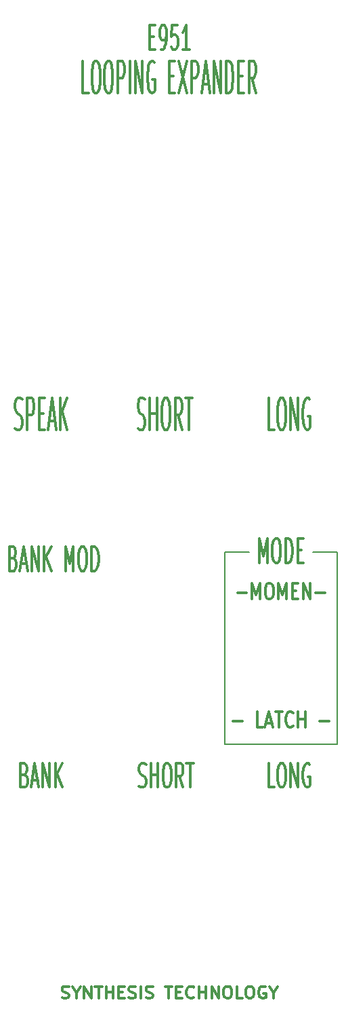
<source format=gto>
%TF.GenerationSoftware,KiCad,Pcbnew,(5.0.0)*%
%TF.CreationDate,2024-09-19T00:44:32-05:00*%
%TF.ProjectId,Front Panel,46726F6E742050616E656C2E6B696361,rev?*%
%TF.SameCoordinates,Original*%
%TF.FileFunction,Legend,Top*%
%TF.FilePolarity,Positive*%
%FSLAX46Y46*%
G04 Gerber Fmt 4.6, Leading zero omitted, Abs format (unit mm)*
G04 Created by KiCad (PCBNEW (5.0.0)) date 09/19/24 00:44:32*
%MOMM*%
%LPD*%
G01*
G04 APERTURE LIST*
%ADD10C,0.300000*%
%ADD11C,0.200000*%
G04 APERTURE END LIST*
D10*
X60607142Y-150607142D02*
X60821428Y-150678571D01*
X61178571Y-150678571D01*
X61321428Y-150607142D01*
X61392857Y-150535714D01*
X61464285Y-150392857D01*
X61464285Y-150250000D01*
X61392857Y-150107142D01*
X61321428Y-150035714D01*
X61178571Y-149964285D01*
X60892857Y-149892857D01*
X60749999Y-149821428D01*
X60678571Y-149750000D01*
X60607142Y-149607142D01*
X60607142Y-149464285D01*
X60678571Y-149321428D01*
X60749999Y-149250000D01*
X60892857Y-149178571D01*
X61249999Y-149178571D01*
X61464285Y-149250000D01*
X62392857Y-149964285D02*
X62392857Y-150678571D01*
X61892857Y-149178571D02*
X62392857Y-149964285D01*
X62892857Y-149178571D01*
X63392857Y-150678571D02*
X63392857Y-149178571D01*
X64249999Y-150678571D01*
X64249999Y-149178571D01*
X64749999Y-149178571D02*
X65607142Y-149178571D01*
X65178571Y-150678571D02*
X65178571Y-149178571D01*
X66107142Y-150678571D02*
X66107142Y-149178571D01*
X66107142Y-149892857D02*
X66964285Y-149892857D01*
X66964285Y-150678571D02*
X66964285Y-149178571D01*
X67678571Y-149892857D02*
X68178571Y-149892857D01*
X68392857Y-150678571D02*
X67678571Y-150678571D01*
X67678571Y-149178571D01*
X68392857Y-149178571D01*
X68964285Y-150607142D02*
X69178571Y-150678571D01*
X69535714Y-150678571D01*
X69678571Y-150607142D01*
X69750000Y-150535714D01*
X69821428Y-150392857D01*
X69821428Y-150250000D01*
X69750000Y-150107142D01*
X69678571Y-150035714D01*
X69535714Y-149964285D01*
X69250000Y-149892857D01*
X69107142Y-149821428D01*
X69035714Y-149750000D01*
X68964285Y-149607142D01*
X68964285Y-149464285D01*
X69035714Y-149321428D01*
X69107142Y-149250000D01*
X69250000Y-149178571D01*
X69607142Y-149178571D01*
X69821428Y-149250000D01*
X70464285Y-150678571D02*
X70464285Y-149178571D01*
X71107142Y-150607142D02*
X71321428Y-150678571D01*
X71678571Y-150678571D01*
X71821428Y-150607142D01*
X71892857Y-150535714D01*
X71964285Y-150392857D01*
X71964285Y-150250000D01*
X71892857Y-150107142D01*
X71821428Y-150035714D01*
X71678571Y-149964285D01*
X71392857Y-149892857D01*
X71250000Y-149821428D01*
X71178571Y-149750000D01*
X71107142Y-149607142D01*
X71107142Y-149464285D01*
X71178571Y-149321428D01*
X71250000Y-149250000D01*
X71392857Y-149178571D01*
X71750000Y-149178571D01*
X71964285Y-149250000D01*
X73535714Y-149178571D02*
X74392857Y-149178571D01*
X73964285Y-150678571D02*
X73964285Y-149178571D01*
X74892857Y-149892857D02*
X75392857Y-149892857D01*
X75607142Y-150678571D02*
X74892857Y-150678571D01*
X74892857Y-149178571D01*
X75607142Y-149178571D01*
X77107142Y-150535714D02*
X77035714Y-150607142D01*
X76821428Y-150678571D01*
X76678571Y-150678571D01*
X76464285Y-150607142D01*
X76321428Y-150464285D01*
X76250000Y-150321428D01*
X76178571Y-150035714D01*
X76178571Y-149821428D01*
X76250000Y-149535714D01*
X76321428Y-149392857D01*
X76464285Y-149250000D01*
X76678571Y-149178571D01*
X76821428Y-149178571D01*
X77035714Y-149250000D01*
X77107142Y-149321428D01*
X77750000Y-150678571D02*
X77750000Y-149178571D01*
X77750000Y-149892857D02*
X78607142Y-149892857D01*
X78607142Y-150678571D02*
X78607142Y-149178571D01*
X79321428Y-150678571D02*
X79321428Y-149178571D01*
X80178571Y-150678571D01*
X80178571Y-149178571D01*
X81178571Y-149178571D02*
X81464285Y-149178571D01*
X81607142Y-149250000D01*
X81749999Y-149392857D01*
X81821428Y-149678571D01*
X81821428Y-150178571D01*
X81749999Y-150464285D01*
X81607142Y-150607142D01*
X81464285Y-150678571D01*
X81178571Y-150678571D01*
X81035714Y-150607142D01*
X80892857Y-150464285D01*
X80821428Y-150178571D01*
X80821428Y-149678571D01*
X80892857Y-149392857D01*
X81035714Y-149250000D01*
X81178571Y-149178571D01*
X83178571Y-150678571D02*
X82464285Y-150678571D01*
X82464285Y-149178571D01*
X83964285Y-149178571D02*
X84249999Y-149178571D01*
X84392857Y-149250000D01*
X84535714Y-149392857D01*
X84607142Y-149678571D01*
X84607142Y-150178571D01*
X84535714Y-150464285D01*
X84392857Y-150607142D01*
X84249999Y-150678571D01*
X83964285Y-150678571D01*
X83821428Y-150607142D01*
X83678571Y-150464285D01*
X83607142Y-150178571D01*
X83607142Y-149678571D01*
X83678571Y-149392857D01*
X83821428Y-149250000D01*
X83964285Y-149178571D01*
X86035714Y-149250000D02*
X85892857Y-149178571D01*
X85678571Y-149178571D01*
X85464285Y-149250000D01*
X85321428Y-149392857D01*
X85249999Y-149535714D01*
X85178571Y-149821428D01*
X85178571Y-150035714D01*
X85249999Y-150321428D01*
X85321428Y-150464285D01*
X85464285Y-150607142D01*
X85678571Y-150678571D01*
X85821428Y-150678571D01*
X86035714Y-150607142D01*
X86107142Y-150535714D01*
X86107142Y-150035714D01*
X85821428Y-150035714D01*
X87035714Y-149964285D02*
X87035714Y-150678571D01*
X86535714Y-149178571D02*
X87035714Y-149964285D01*
X87535714Y-149178571D01*
X87142857Y-124357142D02*
X86428571Y-124357142D01*
X86428571Y-121357142D01*
X87928571Y-121357142D02*
X88214285Y-121357142D01*
X88357142Y-121500000D01*
X88500000Y-121785714D01*
X88571428Y-122357142D01*
X88571428Y-123357142D01*
X88500000Y-123928571D01*
X88357142Y-124214285D01*
X88214285Y-124357142D01*
X87928571Y-124357142D01*
X87785714Y-124214285D01*
X87642857Y-123928571D01*
X87571428Y-123357142D01*
X87571428Y-122357142D01*
X87642857Y-121785714D01*
X87785714Y-121500000D01*
X87928571Y-121357142D01*
X89214285Y-124357142D02*
X89214285Y-121357142D01*
X90071428Y-124357142D01*
X90071428Y-121357142D01*
X91571428Y-121500000D02*
X91428571Y-121357142D01*
X91214285Y-121357142D01*
X91000000Y-121500000D01*
X90857142Y-121785714D01*
X90785714Y-122071428D01*
X90714285Y-122642857D01*
X90714285Y-123071428D01*
X90785714Y-123642857D01*
X90857142Y-123928571D01*
X91000000Y-124214285D01*
X91214285Y-124357142D01*
X91357142Y-124357142D01*
X91571428Y-124214285D01*
X91642857Y-124071428D01*
X91642857Y-123071428D01*
X91357142Y-123071428D01*
X70250000Y-124214285D02*
X70464285Y-124357142D01*
X70821428Y-124357142D01*
X70964285Y-124214285D01*
X71035714Y-124071428D01*
X71107142Y-123785714D01*
X71107142Y-123500000D01*
X71035714Y-123214285D01*
X70964285Y-123071428D01*
X70821428Y-122928571D01*
X70535714Y-122785714D01*
X70392857Y-122642857D01*
X70321428Y-122500000D01*
X70250000Y-122214285D01*
X70250000Y-121928571D01*
X70321428Y-121642857D01*
X70392857Y-121500000D01*
X70535714Y-121357142D01*
X70892857Y-121357142D01*
X71107142Y-121500000D01*
X71750000Y-124357142D02*
X71750000Y-121357142D01*
X71750000Y-122785714D02*
X72607142Y-122785714D01*
X72607142Y-124357142D02*
X72607142Y-121357142D01*
X73607142Y-121357142D02*
X73892857Y-121357142D01*
X74035714Y-121500000D01*
X74178571Y-121785714D01*
X74250000Y-122357142D01*
X74250000Y-123357142D01*
X74178571Y-123928571D01*
X74035714Y-124214285D01*
X73892857Y-124357142D01*
X73607142Y-124357142D01*
X73464285Y-124214285D01*
X73321428Y-123928571D01*
X73250000Y-123357142D01*
X73250000Y-122357142D01*
X73321428Y-121785714D01*
X73464285Y-121500000D01*
X73607142Y-121357142D01*
X75750000Y-124357142D02*
X75250000Y-122928571D01*
X74892857Y-124357142D02*
X74892857Y-121357142D01*
X75464285Y-121357142D01*
X75607142Y-121500000D01*
X75678571Y-121642857D01*
X75750000Y-121928571D01*
X75750000Y-122357142D01*
X75678571Y-122642857D01*
X75607142Y-122785714D01*
X75464285Y-122928571D01*
X74892857Y-122928571D01*
X76178571Y-121357142D02*
X77035714Y-121357142D01*
X76607142Y-124357142D02*
X76607142Y-121357142D01*
X55928571Y-122785714D02*
X56142857Y-122928571D01*
X56214285Y-123071428D01*
X56285714Y-123357142D01*
X56285714Y-123785714D01*
X56214285Y-124071428D01*
X56142857Y-124214285D01*
X56000000Y-124357142D01*
X55428571Y-124357142D01*
X55428571Y-121357142D01*
X55928571Y-121357142D01*
X56071428Y-121500000D01*
X56142857Y-121642857D01*
X56214285Y-121928571D01*
X56214285Y-122214285D01*
X56142857Y-122500000D01*
X56071428Y-122642857D01*
X55928571Y-122785714D01*
X55428571Y-122785714D01*
X56857142Y-123500000D02*
X57571428Y-123500000D01*
X56714285Y-124357142D02*
X57214285Y-121357142D01*
X57714285Y-124357142D01*
X58214285Y-124357142D02*
X58214285Y-121357142D01*
X59071428Y-124357142D01*
X59071428Y-121357142D01*
X59785714Y-124357142D02*
X59785714Y-121357142D01*
X60642857Y-124357142D02*
X60000000Y-122642857D01*
X60642857Y-121357142D02*
X59785714Y-123071428D01*
X54535714Y-95785714D02*
X54750000Y-95928571D01*
X54821428Y-96071428D01*
X54892857Y-96357142D01*
X54892857Y-96785714D01*
X54821428Y-97071428D01*
X54750000Y-97214285D01*
X54607142Y-97357142D01*
X54035714Y-97357142D01*
X54035714Y-94357142D01*
X54535714Y-94357142D01*
X54678571Y-94500000D01*
X54750000Y-94642857D01*
X54821428Y-94928571D01*
X54821428Y-95214285D01*
X54750000Y-95500000D01*
X54678571Y-95642857D01*
X54535714Y-95785714D01*
X54035714Y-95785714D01*
X55464285Y-96500000D02*
X56178571Y-96500000D01*
X55321428Y-97357142D02*
X55821428Y-94357142D01*
X56321428Y-97357142D01*
X56821428Y-97357142D02*
X56821428Y-94357142D01*
X57678571Y-97357142D01*
X57678571Y-94357142D01*
X58392857Y-97357142D02*
X58392857Y-94357142D01*
X59250000Y-97357142D02*
X58607142Y-95642857D01*
X59250000Y-94357142D02*
X58392857Y-96071428D01*
X61035714Y-97357142D02*
X61035714Y-94357142D01*
X61535714Y-96500000D01*
X62035714Y-94357142D01*
X62035714Y-97357142D01*
X63035714Y-94357142D02*
X63321428Y-94357142D01*
X63464285Y-94500000D01*
X63607142Y-94785714D01*
X63678571Y-95357142D01*
X63678571Y-96357142D01*
X63607142Y-96928571D01*
X63464285Y-97214285D01*
X63321428Y-97357142D01*
X63035714Y-97357142D01*
X62892857Y-97214285D01*
X62750000Y-96928571D01*
X62678571Y-96357142D01*
X62678571Y-95357142D01*
X62750000Y-94785714D01*
X62892857Y-94500000D01*
X63035714Y-94357142D01*
X64321428Y-97357142D02*
X64321428Y-94357142D01*
X64678571Y-94357142D01*
X64892857Y-94500000D01*
X65035714Y-94785714D01*
X65107142Y-95071428D01*
X65178571Y-95642857D01*
X65178571Y-96071428D01*
X65107142Y-96642857D01*
X65035714Y-96928571D01*
X64892857Y-97214285D01*
X64678571Y-97357142D01*
X64321428Y-97357142D01*
D11*
X95000000Y-95000000D02*
X92000000Y-95000000D01*
X95000000Y-119000000D02*
X95000000Y-95000000D01*
X81000000Y-119000000D02*
X95000000Y-119000000D01*
X81000000Y-95000000D02*
X81000000Y-119000000D01*
X84000000Y-95000000D02*
X81000000Y-95000000D01*
D10*
X85285714Y-96357142D02*
X85285714Y-93357142D01*
X85785714Y-95500000D01*
X86285714Y-93357142D01*
X86285714Y-96357142D01*
X87285714Y-93357142D02*
X87571428Y-93357142D01*
X87714285Y-93500000D01*
X87857142Y-93785714D01*
X87928571Y-94357142D01*
X87928571Y-95357142D01*
X87857142Y-95928571D01*
X87714285Y-96214285D01*
X87571428Y-96357142D01*
X87285714Y-96357142D01*
X87142857Y-96214285D01*
X87000000Y-95928571D01*
X86928571Y-95357142D01*
X86928571Y-94357142D01*
X87000000Y-93785714D01*
X87142857Y-93500000D01*
X87285714Y-93357142D01*
X88571428Y-96357142D02*
X88571428Y-93357142D01*
X88928571Y-93357142D01*
X89142857Y-93500000D01*
X89285714Y-93785714D01*
X89357142Y-94071428D01*
X89428571Y-94642857D01*
X89428571Y-95071428D01*
X89357142Y-95642857D01*
X89285714Y-95928571D01*
X89142857Y-96214285D01*
X88928571Y-96357142D01*
X88571428Y-96357142D01*
X90071428Y-94785714D02*
X90571428Y-94785714D01*
X90785714Y-96357142D02*
X90071428Y-96357142D01*
X90071428Y-93357142D01*
X90785714Y-93357142D01*
X82000000Y-116142857D02*
X83142857Y-116142857D01*
X85714285Y-116904761D02*
X85000000Y-116904761D01*
X85000000Y-114904761D01*
X86142857Y-116333333D02*
X86857142Y-116333333D01*
X86000000Y-116904761D02*
X86500000Y-114904761D01*
X87000000Y-116904761D01*
X87285714Y-114904761D02*
X88142857Y-114904761D01*
X87714285Y-116904761D02*
X87714285Y-114904761D01*
X89500000Y-116714285D02*
X89428571Y-116809523D01*
X89214285Y-116904761D01*
X89071428Y-116904761D01*
X88857142Y-116809523D01*
X88714285Y-116619047D01*
X88642857Y-116428571D01*
X88571428Y-116047619D01*
X88571428Y-115761904D01*
X88642857Y-115380952D01*
X88714285Y-115190476D01*
X88857142Y-115000000D01*
X89071428Y-114904761D01*
X89214285Y-114904761D01*
X89428571Y-115000000D01*
X89500000Y-115095238D01*
X90142857Y-116904761D02*
X90142857Y-114904761D01*
X90142857Y-115857142D02*
X91000000Y-115857142D01*
X91000000Y-116904761D02*
X91000000Y-114904761D01*
X92857142Y-116142857D02*
X94000000Y-116142857D01*
X82535714Y-100142857D02*
X83678571Y-100142857D01*
X84392857Y-100904761D02*
X84392857Y-98904761D01*
X84892857Y-100333333D01*
X85392857Y-98904761D01*
X85392857Y-100904761D01*
X86392857Y-98904761D02*
X86678571Y-98904761D01*
X86821428Y-99000000D01*
X86964285Y-99190476D01*
X87035714Y-99571428D01*
X87035714Y-100238095D01*
X86964285Y-100619047D01*
X86821428Y-100809523D01*
X86678571Y-100904761D01*
X86392857Y-100904761D01*
X86250000Y-100809523D01*
X86107142Y-100619047D01*
X86035714Y-100238095D01*
X86035714Y-99571428D01*
X86107142Y-99190476D01*
X86250000Y-99000000D01*
X86392857Y-98904761D01*
X87678571Y-100904761D02*
X87678571Y-98904761D01*
X88178571Y-100333333D01*
X88678571Y-98904761D01*
X88678571Y-100904761D01*
X89392857Y-99857142D02*
X89892857Y-99857142D01*
X90107142Y-100904761D02*
X89392857Y-100904761D01*
X89392857Y-98904761D01*
X90107142Y-98904761D01*
X90750000Y-100904761D02*
X90750000Y-98904761D01*
X91607142Y-100904761D01*
X91607142Y-98904761D01*
X92321428Y-100142857D02*
X93464285Y-100142857D01*
X87142857Y-79809523D02*
X86428571Y-79809523D01*
X86428571Y-75809523D01*
X87928571Y-75809523D02*
X88214285Y-75809523D01*
X88357142Y-76000000D01*
X88500000Y-76380952D01*
X88571428Y-77142857D01*
X88571428Y-78476190D01*
X88500000Y-79238095D01*
X88357142Y-79619047D01*
X88214285Y-79809523D01*
X87928571Y-79809523D01*
X87785714Y-79619047D01*
X87642857Y-79238095D01*
X87571428Y-78476190D01*
X87571428Y-77142857D01*
X87642857Y-76380952D01*
X87785714Y-76000000D01*
X87928571Y-75809523D01*
X89214285Y-79809523D02*
X89214285Y-75809523D01*
X90071428Y-79809523D01*
X90071428Y-75809523D01*
X91571428Y-76000000D02*
X91428571Y-75809523D01*
X91214285Y-75809523D01*
X91000000Y-76000000D01*
X90857142Y-76380952D01*
X90785714Y-76761904D01*
X90714285Y-77523809D01*
X90714285Y-78095238D01*
X90785714Y-78857142D01*
X90857142Y-79238095D01*
X91000000Y-79619047D01*
X91214285Y-79809523D01*
X91357142Y-79809523D01*
X91571428Y-79619047D01*
X91642857Y-79428571D01*
X91642857Y-78095238D01*
X91357142Y-78095238D01*
X70107142Y-79619047D02*
X70321428Y-79809523D01*
X70678571Y-79809523D01*
X70821428Y-79619047D01*
X70892857Y-79428571D01*
X70964285Y-79047619D01*
X70964285Y-78666666D01*
X70892857Y-78285714D01*
X70821428Y-78095238D01*
X70678571Y-77904761D01*
X70392857Y-77714285D01*
X70250000Y-77523809D01*
X70178571Y-77333333D01*
X70107142Y-76952380D01*
X70107142Y-76571428D01*
X70178571Y-76190476D01*
X70250000Y-76000000D01*
X70392857Y-75809523D01*
X70750000Y-75809523D01*
X70964285Y-76000000D01*
X71607142Y-79809523D02*
X71607142Y-75809523D01*
X71607142Y-77714285D02*
X72464285Y-77714285D01*
X72464285Y-79809523D02*
X72464285Y-75809523D01*
X73464285Y-75809523D02*
X73750000Y-75809523D01*
X73892857Y-76000000D01*
X74035714Y-76380952D01*
X74107142Y-77142857D01*
X74107142Y-78476190D01*
X74035714Y-79238095D01*
X73892857Y-79619047D01*
X73750000Y-79809523D01*
X73464285Y-79809523D01*
X73321428Y-79619047D01*
X73178571Y-79238095D01*
X73107142Y-78476190D01*
X73107142Y-77142857D01*
X73178571Y-76380952D01*
X73321428Y-76000000D01*
X73464285Y-75809523D01*
X75607142Y-79809523D02*
X75107142Y-77904761D01*
X74750000Y-79809523D02*
X74750000Y-75809523D01*
X75321428Y-75809523D01*
X75464285Y-76000000D01*
X75535714Y-76190476D01*
X75607142Y-76571428D01*
X75607142Y-77142857D01*
X75535714Y-77523809D01*
X75464285Y-77714285D01*
X75321428Y-77904761D01*
X74750000Y-77904761D01*
X76035714Y-75809523D02*
X76892857Y-75809523D01*
X76464285Y-79809523D02*
X76464285Y-75809523D01*
X54750000Y-79619047D02*
X54964285Y-79809523D01*
X55321428Y-79809523D01*
X55464285Y-79619047D01*
X55535714Y-79428571D01*
X55607142Y-79047619D01*
X55607142Y-78666666D01*
X55535714Y-78285714D01*
X55464285Y-78095238D01*
X55321428Y-77904761D01*
X55035714Y-77714285D01*
X54892857Y-77523809D01*
X54821428Y-77333333D01*
X54750000Y-76952380D01*
X54750000Y-76571428D01*
X54821428Y-76190476D01*
X54892857Y-76000000D01*
X55035714Y-75809523D01*
X55392857Y-75809523D01*
X55607142Y-76000000D01*
X56250000Y-79809523D02*
X56250000Y-75809523D01*
X56821428Y-75809523D01*
X56964285Y-76000000D01*
X57035714Y-76190476D01*
X57107142Y-76571428D01*
X57107142Y-77142857D01*
X57035714Y-77523809D01*
X56964285Y-77714285D01*
X56821428Y-77904761D01*
X56250000Y-77904761D01*
X57750000Y-77714285D02*
X58250000Y-77714285D01*
X58464285Y-79809523D02*
X57750000Y-79809523D01*
X57750000Y-75809523D01*
X58464285Y-75809523D01*
X59035714Y-78666666D02*
X59750000Y-78666666D01*
X58892857Y-79809523D02*
X59392857Y-75809523D01*
X59892857Y-79809523D01*
X60392857Y-79809523D02*
X60392857Y-75809523D01*
X61250000Y-79809523D02*
X60607142Y-77523809D01*
X61250000Y-75809523D02*
X60392857Y-78095238D01*
X63928571Y-37809523D02*
X63214285Y-37809523D01*
X63214285Y-33809523D01*
X64714285Y-33809523D02*
X65000000Y-33809523D01*
X65142857Y-34000000D01*
X65285714Y-34380952D01*
X65357142Y-35142857D01*
X65357142Y-36476190D01*
X65285714Y-37238095D01*
X65142857Y-37619047D01*
X65000000Y-37809523D01*
X64714285Y-37809523D01*
X64571428Y-37619047D01*
X64428571Y-37238095D01*
X64357142Y-36476190D01*
X64357142Y-35142857D01*
X64428571Y-34380952D01*
X64571428Y-34000000D01*
X64714285Y-33809523D01*
X66285714Y-33809523D02*
X66571428Y-33809523D01*
X66714285Y-34000000D01*
X66857142Y-34380952D01*
X66928571Y-35142857D01*
X66928571Y-36476190D01*
X66857142Y-37238095D01*
X66714285Y-37619047D01*
X66571428Y-37809523D01*
X66285714Y-37809523D01*
X66142857Y-37619047D01*
X66000000Y-37238095D01*
X65928571Y-36476190D01*
X65928571Y-35142857D01*
X66000000Y-34380952D01*
X66142857Y-34000000D01*
X66285714Y-33809523D01*
X67571428Y-37809523D02*
X67571428Y-33809523D01*
X68142857Y-33809523D01*
X68285714Y-34000000D01*
X68357142Y-34190476D01*
X68428571Y-34571428D01*
X68428571Y-35142857D01*
X68357142Y-35523809D01*
X68285714Y-35714285D01*
X68142857Y-35904761D01*
X67571428Y-35904761D01*
X69071428Y-37809523D02*
X69071428Y-33809523D01*
X69785714Y-37809523D02*
X69785714Y-33809523D01*
X70642857Y-37809523D01*
X70642857Y-33809523D01*
X72142857Y-34000000D02*
X72000000Y-33809523D01*
X71785714Y-33809523D01*
X71571428Y-34000000D01*
X71428571Y-34380952D01*
X71357142Y-34761904D01*
X71285714Y-35523809D01*
X71285714Y-36095238D01*
X71357142Y-36857142D01*
X71428571Y-37238095D01*
X71571428Y-37619047D01*
X71785714Y-37809523D01*
X71928571Y-37809523D01*
X72142857Y-37619047D01*
X72214285Y-37428571D01*
X72214285Y-36095238D01*
X71928571Y-36095238D01*
X74000000Y-35714285D02*
X74500000Y-35714285D01*
X74714285Y-37809523D02*
X74000000Y-37809523D01*
X74000000Y-33809523D01*
X74714285Y-33809523D01*
X75214285Y-33809523D02*
X76214285Y-37809523D01*
X76214285Y-33809523D02*
X75214285Y-37809523D01*
X76785714Y-37809523D02*
X76785714Y-33809523D01*
X77357142Y-33809523D01*
X77500000Y-34000000D01*
X77571428Y-34190476D01*
X77642857Y-34571428D01*
X77642857Y-35142857D01*
X77571428Y-35523809D01*
X77500000Y-35714285D01*
X77357142Y-35904761D01*
X76785714Y-35904761D01*
X78214285Y-36666666D02*
X78928571Y-36666666D01*
X78071428Y-37809523D02*
X78571428Y-33809523D01*
X79071428Y-37809523D01*
X79571428Y-37809523D02*
X79571428Y-33809523D01*
X80428571Y-37809523D01*
X80428571Y-33809523D01*
X81142857Y-37809523D02*
X81142857Y-33809523D01*
X81500000Y-33809523D01*
X81714285Y-34000000D01*
X81857142Y-34380952D01*
X81928571Y-34761904D01*
X82000000Y-35523809D01*
X82000000Y-36095238D01*
X81928571Y-36857142D01*
X81857142Y-37238095D01*
X81714285Y-37619047D01*
X81500000Y-37809523D01*
X81142857Y-37809523D01*
X82642857Y-35714285D02*
X83142857Y-35714285D01*
X83357142Y-37809523D02*
X82642857Y-37809523D01*
X82642857Y-33809523D01*
X83357142Y-33809523D01*
X84857142Y-37809523D02*
X84357142Y-35904761D01*
X84000000Y-37809523D02*
X84000000Y-33809523D01*
X84571428Y-33809523D01*
X84714285Y-34000000D01*
X84785714Y-34190476D01*
X84857142Y-34571428D01*
X84857142Y-35142857D01*
X84785714Y-35523809D01*
X84714285Y-35714285D01*
X84571428Y-35904761D01*
X84000000Y-35904761D01*
X71535714Y-30785714D02*
X72035714Y-30785714D01*
X72250000Y-32357142D02*
X71535714Y-32357142D01*
X71535714Y-29357142D01*
X72250000Y-29357142D01*
X72964285Y-32357142D02*
X73250000Y-32357142D01*
X73392857Y-32214285D01*
X73464285Y-32071428D01*
X73607142Y-31642857D01*
X73678571Y-31071428D01*
X73678571Y-29928571D01*
X73607142Y-29642857D01*
X73535714Y-29500000D01*
X73392857Y-29357142D01*
X73107142Y-29357142D01*
X72964285Y-29500000D01*
X72892857Y-29642857D01*
X72821428Y-29928571D01*
X72821428Y-30642857D01*
X72892857Y-30928571D01*
X72964285Y-31071428D01*
X73107142Y-31214285D01*
X73392857Y-31214285D01*
X73535714Y-31071428D01*
X73607142Y-30928571D01*
X73678571Y-30642857D01*
X75035714Y-29357142D02*
X74321428Y-29357142D01*
X74250000Y-30785714D01*
X74321428Y-30642857D01*
X74464285Y-30500000D01*
X74821428Y-30500000D01*
X74964285Y-30642857D01*
X75035714Y-30785714D01*
X75107142Y-31071428D01*
X75107142Y-31785714D01*
X75035714Y-32071428D01*
X74964285Y-32214285D01*
X74821428Y-32357142D01*
X74464285Y-32357142D01*
X74321428Y-32214285D01*
X74250000Y-32071428D01*
X76535714Y-32357142D02*
X75678571Y-32357142D01*
X76107142Y-32357142D02*
X76107142Y-29357142D01*
X75964285Y-29785714D01*
X75821428Y-30071428D01*
X75678571Y-30214285D01*
%LPC*%
M02*

</source>
